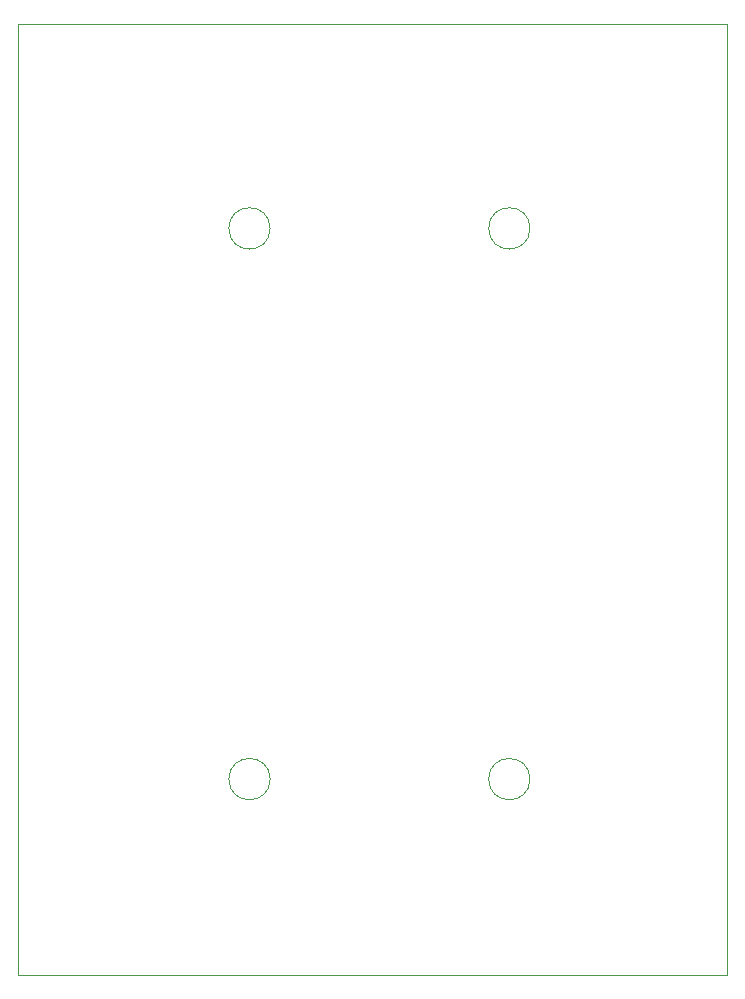
<source format=gbr>
%TF.GenerationSoftware,KiCad,Pcbnew,9.0.5*%
%TF.CreationDate,2026-01-25T07:56:32+10:00*%
%TF.ProjectId,OZ-HORNET-POWER-MAIN,4f5a2d48-4f52-44e4-9554-2d504f574552,rev?*%
%TF.SameCoordinates,Original*%
%TF.FileFunction,Profile,NP*%
%FSLAX46Y46*%
G04 Gerber Fmt 4.6, Leading zero omitted, Abs format (unit mm)*
G04 Created by KiCad (PCBNEW 9.0.5) date 2026-01-25 07:56:32*
%MOMM*%
%LPD*%
G01*
G04 APERTURE LIST*
%TA.AperFunction,Profile*%
%ADD10C,0.050000*%
%TD*%
G04 APERTURE END LIST*
D10*
X81750000Y-100000000D02*
G75*
G02*
X78250000Y-100000000I-1750000J0D01*
G01*
X78250000Y-100000000D02*
G75*
G02*
X81750000Y-100000000I1750000J0D01*
G01*
X103750000Y-53368000D02*
G75*
G02*
X100250000Y-53368000I-1750000J0D01*
G01*
X100250000Y-53368000D02*
G75*
G02*
X103750000Y-53368000I1750000J0D01*
G01*
X81750000Y-53368000D02*
G75*
G02*
X78250000Y-53368000I-1750000J0D01*
G01*
X78250000Y-53368000D02*
G75*
G02*
X81750000Y-53368000I1750000J0D01*
G01*
X103750000Y-100000000D02*
G75*
G02*
X100250000Y-100000000I-1750000J0D01*
G01*
X100250000Y-100000000D02*
G75*
G02*
X103750000Y-100000000I1750000J0D01*
G01*
X60404000Y-36076000D02*
X120404000Y-36076000D01*
X120404000Y-116576000D01*
X60404000Y-116576000D01*
X60404000Y-36076000D01*
M02*

</source>
